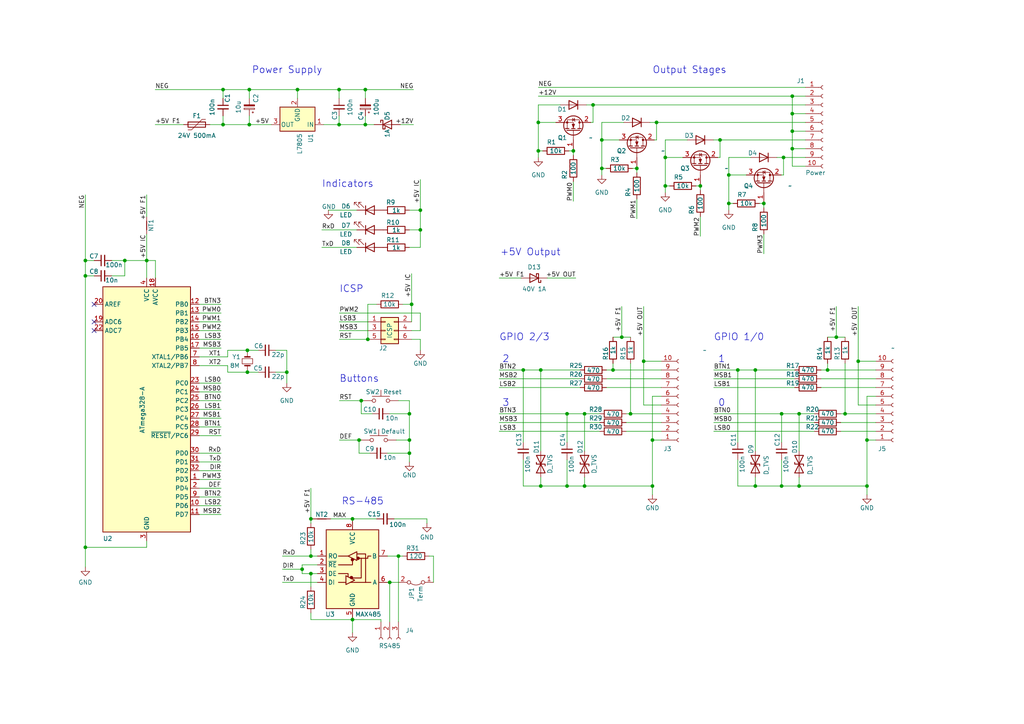
<source format=kicad_sch>
(kicad_sch (version 20211123) (generator eeschema)
  (paper "A4")
  (title_block (title "AVR PWM RTU") (date "2024-02-01") (rev "0.2") (company "clickworkorange Ltd"))
  (junction (at 83.185 107.95))
  (junction (at 151.765 107.315))
  (junction (at 172.0088 30.4292))
  (junction (at 98.3488 36.1442))
  (junction (at 115.57 161.29))
  (junction (at 184.7088 48.8442))
  (junction (at 64.6938 25.9842))
  (junction (at 71.755 101.6))
  (junction (at 156.1338 43.7642))
  (junction (at 90.17 150.495))
  (junction (at 174.5488 48.8442))
  (junction (at 251.46 140.97))
  (junction (at 219.075 140.97))
  (junction (at 221.5388 59.0042))
  (junction (at 186.69 104.775))
  (junction (at 227.2538 45.6692))
  (junction (at 251.46 127.635))
  (junction (at 229.7938 43.1292))
  (junction (at 104.14 127.635))
  (junction (at 245.11 120.015))
  (junction (at 219.075 107.315))
  (junction (at 105.9688 36.1442))
  (junction (at 229.7938 38.0492))
  (junction (at 211.3788 50.7492))
  (junction (at 71.755 107.95))
  (junction (at 24.765 75.565))
  (junction (at 226.695 140.97))
  (junction (at 169.545 140.97))
  (junction (at 177.8 107.315))
  (junction (at 164.465 140.97))
  (junction (at 248.92 104.775))
  (junction (at 192.9638 53.9242))
  (junction (at 24.765 158.75))
  (junction (at 36.195 75.565))
  (junction (at 226.695 120.015))
  (junction (at 121.92 66.675))
  (junction (at 118.745 120.015))
  (junction (at 42.545 75.565))
  (junction (at 203.1238 53.9242))
  (junction (at 156.1338 35.5092))
  (junction (at 118.745 131.445))
  (junction (at 86.2838 25.9842))
  (junction (at 102.235 179.705))
  (junction (at 64.6938 36.1442))
  (junction (at 119.38 88.265))
  (junction (at 189.23 127.635))
  (junction (at 182.88 120.015))
  (junction (at 104.775 116.205))
  (junction (at 174.5488 40.5892))
  (junction (at 156.845 140.97))
  (junction (at 87.63 165.1))
  (junction (at 166.2938 43.7642))
  (junction (at 118.745 127.635))
  (junction (at 164.465 120.015))
  (junction (at 156.845 107.315))
  (junction (at 90.17 166.37))
  (junction (at 231.775 120.015))
  (junction (at 105.9688 25.9842))
  (junction (at 240.03 107.315))
  (junction (at 229.7938 32.9692))
  (junction (at 190.4238 35.5092))
  (junction (at 106.68 98.425))
  (junction (at 231.775 140.97))
  (junction (at 121.92 60.96))
  (junction (at 189.23 140.97))
  (junction (at 208.8388 40.5892))
  (junction (at 192.9638 45.6692))
  (junction (at 242.57 97.79))
  (junction (at 72.3138 36.1442))
  (junction (at 90.17 161.29))
  (junction (at 102.235 150.495))
  (junction (at 213.995 107.315))
  (junction (at 211.3788 59.0042))
  (junction (at 180.34 97.79))
  (junction (at 229.7938 27.8892))
  (junction (at 72.3138 25.9842))
  (junction (at 169.545 120.015))
  (junction (at 113.03 168.91))
  (junction (at 24.765 80.01))
  (junction (at 98.3488 25.9842))
  (no_connect (at 27.305 93.345))
  (no_connect (at 27.305 88.265))
  (no_connect (at 27.305 95.885))
  (wire (pts (xy 211.3788 50.7492) (xy 211.3788 59.0042)))
  (wire (pts (xy 170.1038 30.4292) (xy 172.0088 30.4292)))
  (wire (pts (xy 203.1238 53.9242) (xy 203.1238 55.1942)))
  (wire (pts (xy 165.0238 43.7642) (xy 166.2938 43.7642)))
  (wire (pts (xy 229.7938 32.9692) (xy 229.7938 27.8892)))
  (wire (pts (xy 109.22 88.265) (xy 106.68 88.265)))
  (wire (pts (xy 229.7938 38.0492) (xy 229.7938 32.9692)))
  (wire (pts (xy 211.3788 45.6692) (xy 211.3788 50.7492)))
  (wire (pts (xy 109.22 150.495) (xy 102.235 150.495)))
  (wire (pts (xy 221.5388 58.3692) (xy 221.5388 59.0042)))
  (wire (pts (xy 192.9638 53.9242) (xy 192.9638 55.8292)))
  (wire (pts (xy 245.11 120.015) (xy 254 120.015)))
  (wire (pts (xy 105.9688 33.6042) (xy 105.9688 36.1442)))
  (wire (pts (xy 181.61 120.015) (xy 182.88 120.015)))
  (wire (pts (xy 57.785 131.445) (xy 64.135 131.445)))
  (wire (pts (xy 243.84 120.015) (xy 245.11 120.015)))
  (wire (pts (xy 45.0088 25.9842) (xy 64.6938 25.9842)))
  (wire (pts (xy 175.895 107.315) (xy 177.8 107.315)))
  (wire (pts (xy 95.885 150.495) (xy 102.235 150.495)))
  (wire (pts (xy 144.78 125.095) (xy 173.99 125.095)))
  (wire (pts (xy 90.17 166.37) (xy 90.17 170.18)))
  (wire (pts (xy 161.2138 35.5092) (xy 156.1338 35.5092)))
  (wire (pts (xy 121.92 98.425) (xy 121.92 101.6)))
  (wire (pts (xy 207.01 122.555) (xy 236.22 122.555)))
  (wire (pts (xy 57.785 139.065) (xy 64.135 139.065)))
  (wire (pts (xy 104.775 120.015) (xy 104.775 116.205)))
  (wire (pts (xy 226.695 120.015) (xy 226.695 128.27)))
  (wire (pts (xy 226.6188 50.7492) (xy 227.2538 50.7492)))
  (wire (pts (xy 175.895 109.855) (xy 191.77 109.855)))
  (wire (pts (xy 213.995 107.315) (xy 213.995 128.27)))
  (wire (pts (xy 57.785 149.225) (xy 64.135 149.225)))
  (wire (pts (xy 121.92 60.96) (xy 121.92 66.675)))
  (wire (pts (xy 156.1338 43.7642) (xy 156.1338 45.6692)))
  (wire (pts (xy 156.845 107.315) (xy 168.275 107.315)))
  (wire (pts (xy 104.14 131.445) (xy 104.14 127.635)))
  (wire (pts (xy 207.01 107.315) (xy 213.995 107.315)))
  (wire (pts (xy 151.765 133.35) (xy 151.765 140.97)))
  (wire (pts (xy 192.9638 45.6692) (xy 192.9638 53.9242)))
  (wire (pts (xy 87.63 165.1) (xy 87.63 163.83)))
  (wire (pts (xy 220.2688 59.0042) (xy 221.5388 59.0042)))
  (wire (pts (xy 90.17 150.495) (xy 90.805 150.495)))
  (wire (pts (xy 151.765 140.97) (xy 156.845 140.97)))
  (wire (pts (xy 115.57 161.29) (xy 116.84 161.29)))
  (wire (pts (xy 186.69 104.775) (xy 191.77 104.775)))
  (wire (pts (xy 24.765 56.515) (xy 24.765 75.565)))
  (wire (pts (xy 156.845 140.97) (xy 164.465 140.97)))
  (wire (pts (xy 87.63 165.1) (xy 87.63 166.37)))
  (wire (pts (xy 177.8 107.315) (xy 191.77 107.315)))
  (wire (pts (xy 98.3488 25.9842) (xy 105.9688 25.9842)))
  (wire (pts (xy 174.5488 48.8442) (xy 174.5488 50.7492)))
  (wire (pts (xy 213.995 140.97) (xy 219.075 140.97)))
  (wire (pts (xy 98.3488 25.9842) (xy 98.3488 28.5242)))
  (wire (pts (xy 164.465 120.015) (xy 169.545 120.015)))
  (wire (pts (xy 36.195 80.01) (xy 36.195 75.565)))
  (wire (pts (xy 64.6938 33.6042) (xy 64.6938 36.1442)))
  (wire (pts (xy 118.745 71.755) (xy 121.92 71.755)))
  (wire (pts (xy 175.895 112.395) (xy 191.77 112.395)))
  (wire (pts (xy 248.92 88.9) (xy 248.92 104.775)))
  (wire (pts (xy 42.545 75.565) (xy 42.545 80.645)))
  (wire (pts (xy 144.78 107.315) (xy 151.765 107.315)))
  (wire (pts (xy 42.545 67.945) (xy 42.545 75.565)))
  (wire (pts (xy 24.765 158.75) (xy 24.765 164.465)))
  (wire (pts (xy 231.775 140.97) (xy 251.46 140.97)))
  (wire (pts (xy 221.5388 67.8942) (xy 221.5388 73.6092)))
  (wire (pts (xy 226.695 120.015) (xy 231.775 120.015)))
  (wire (pts (xy 192.9638 53.9242) (xy 194.2338 53.9242)))
  (wire (pts (xy 112.395 168.91) (xy 113.03 168.91)))
  (wire (pts (xy 229.7938 27.8892) (xy 233.6038 27.8892)))
  (wire (pts (xy 105.9688 25.9842) (xy 119.9388 25.9842)))
  (wire (pts (xy 72.3138 36.1442) (xy 78.6638 36.1442)))
  (wire (pts (xy 102.235 179.07) (xy 102.235 179.705)))
  (wire (pts (xy 115.57 116.205) (xy 118.745 116.205)))
  (wire (pts (xy 57.785 123.825) (xy 64.135 123.825)))
  (wire (pts (xy 251.46 140.97) (xy 251.46 143.51)))
  (wire (pts (xy 119.38 88.265) (xy 119.38 93.345)))
  (wire (pts (xy 112.395 161.29) (xy 115.57 161.29)))
  (wire (pts (xy 32.385 80.01) (xy 36.195 80.01)))
  (wire (pts (xy 118.745 66.675) (xy 121.92 66.675)))
  (wire (pts (xy 144.78 120.015) (xy 164.465 120.015)))
  (wire (pts (xy 60.8838 36.1442) (xy 64.6938 36.1442)))
  (wire (pts (xy 207.01 125.095) (xy 236.22 125.095)))
  (wire (pts (xy 180.34 97.79) (xy 182.88 97.79)))
  (wire (pts (xy 174.5488 48.8442) (xy 175.8188 48.8442)))
  (wire (pts (xy 219.075 107.315) (xy 219.075 130.81)))
  (wire (pts (xy 118.745 131.445) (xy 118.745 133.985)))
  (wire (pts (xy 98.425 127.635) (xy 104.14 127.635)))
  (wire (pts (xy 83.185 107.95) (xy 83.185 111.125)))
  (wire (pts (xy 184.7088 57.7342) (xy 184.7088 63.4492)))
  (wire (pts (xy 98.425 98.425) (xy 106.68 98.425)))
  (wire (pts (xy 81.915 165.1) (xy 87.63 165.1)))
  (wire (pts (xy 66.04 107.95) (xy 71.755 107.95)))
  (wire (pts (xy 156.845 107.315) (xy 156.845 130.81)))
  (wire (pts (xy 121.92 60.96) (xy 118.745 60.96)))
  (wire (pts (xy 83.185 101.6) (xy 83.185 107.95)))
  (wire (pts (xy 206.9338 40.5892) (xy 208.8388 40.5892)))
  (wire (pts (xy 233.6038 43.1292) (xy 229.7938 43.1292)))
  (wire (pts (xy 188.5188 35.5092) (xy 190.4238 35.5092)))
  (wire (pts (xy 90.17 151.765) (xy 90.17 150.495)))
  (wire (pts (xy 57.785 146.685) (xy 64.135 146.685)))
  (wire (pts (xy 86.2838 25.9842) (xy 98.3488 25.9842)))
  (wire (pts (xy 208.8388 40.5892) (xy 233.6038 40.5892)))
  (wire (pts (xy 189.7888 40.5892) (xy 190.4238 40.5892)))
  (wire (pts (xy 199.3138 40.5892) (xy 192.9638 40.5892)))
  (wire (pts (xy 180.8988 35.5092) (xy 174.5488 35.5092)))
  (wire (pts (xy 98.425 93.345) (xy 106.68 93.345)))
  (wire (pts (xy 86.2838 25.9842) (xy 72.3138 25.9842)))
  (wire (pts (xy 98.3488 36.1442) (xy 105.9688 36.1442)))
  (wire (pts (xy 238.125 107.315) (xy 240.03 107.315)))
  (wire (pts (xy 251.46 114.935) (xy 254 114.935)))
  (wire (pts (xy 57.785 106.045) (xy 66.04 106.045)))
  (wire (pts (xy 87.63 163.83) (xy 92.075 163.83)))
  (wire (pts (xy 183.4388 48.8442) (xy 184.7088 48.8442)))
  (wire (pts (xy 24.765 75.565) (xy 27.305 75.565)))
  (wire (pts (xy 238.125 112.395) (xy 254 112.395)))
  (wire (pts (xy 251.46 114.935) (xy 251.46 127.635)))
  (wire (pts (xy 208.8388 45.6692) (xy 208.8388 40.5892)))
  (wire (pts (xy 115.57 161.29) (xy 115.57 180.34)))
  (wire (pts (xy 57.785 133.985) (xy 64.135 133.985)))
  (wire (pts (xy 144.78 109.855) (xy 168.275 109.855)))
  (wire (pts (xy 219.075 107.315) (xy 230.505 107.315)))
  (wire (pts (xy 90.17 179.705) (xy 90.17 177.8)))
  (wire (pts (xy 72.3138 33.6042) (xy 72.3138 36.1442)))
  (wire (pts (xy 110.49 179.705) (xy 102.235 179.705)))
  (wire (pts (xy 172.0088 30.4292) (xy 233.6038 30.4292)))
  (wire (pts (xy 71.755 101.6) (xy 74.93 101.6)))
  (wire (pts (xy 86.2838 25.9842) (xy 86.2838 28.5242)))
  (wire (pts (xy 219.075 140.97) (xy 226.695 140.97)))
  (wire (pts (xy 42.545 156.845) (xy 42.545 158.75)))
  (wire (pts (xy 107.95 120.015) (xy 104.775 120.015)))
  (wire (pts (xy 174.5488 40.5892) (xy 174.5488 48.8442)))
  (wire (pts (xy 174.5488 35.5092) (xy 174.5488 40.5892)))
  (wire (pts (xy 164.465 128.27) (xy 164.465 120.015)))
  (wire (pts (xy 233.6038 38.0492) (xy 229.7938 38.0492)))
  (wire (pts (xy 104.775 116.205) (xy 105.41 116.205)))
  (wire (pts (xy 118.745 127.635) (xy 118.745 120.015)))
  (wire (pts (xy 93.9038 36.1442) (xy 98.3488 36.1442)))
  (wire (pts (xy 251.46 127.635) (xy 254 127.635)))
  (wire (pts (xy 186.69 88.9) (xy 186.69 104.775)))
  (wire (pts (xy 57.785 100.965) (xy 64.135 100.965)))
  (wire (pts (xy 112.395 131.445) (xy 118.745 131.445)))
  (wire (pts (xy 166.2938 43.7642) (xy 166.2938 45.0342)))
  (wire (pts (xy 248.92 117.475) (xy 254 117.475)))
  (wire (pts (xy 125.73 168.91) (xy 125.73 161.29)))
  (wire (pts (xy 213.995 133.35) (xy 213.995 140.97)))
  (wire (pts (xy 98.3488 33.6042) (xy 98.3488 36.1442)))
  (wire (pts (xy 24.765 158.75) (xy 42.545 158.75)))
  (wire (pts (xy 201.8538 53.9242) (xy 203.1238 53.9242)))
  (wire (pts (xy 116.84 88.265) (xy 119.38 88.265)))
  (wire (pts (xy 180.34 88.9) (xy 180.34 97.79)))
  (wire (pts (xy 186.69 104.775) (xy 186.69 117.475)))
  (wire (pts (xy 114.935 127.635) (xy 118.745 127.635)))
  (wire (pts (xy 189.23 127.635) (xy 189.23 140.97)))
  (wire (pts (xy 90.17 159.385) (xy 90.17 161.29)))
  (wire (pts (xy 238.125 109.855) (xy 254 109.855)))
  (wire (pts (xy 103.505 66.675) (xy 93.345 66.675)))
  (wire (pts (xy 72.3138 25.9842) (xy 64.6938 25.9842)))
  (wire (pts (xy 171.3738 35.5092) (xy 172.0088 35.5092)))
  (wire (pts (xy 242.57 88.9) (xy 242.57 97.79)))
  (wire (pts (xy 57.785 116.205) (xy 64.135 116.205)))
  (wire (pts (xy 164.465 133.35) (xy 164.465 140.97)))
  (wire (pts (xy 121.92 95.885) (xy 121.92 90.805)))
  (wire (pts (xy 106.68 88.265) (xy 106.68 98.425)))
  (wire (pts (xy 42.545 56.515) (xy 42.545 62.865)))
  (wire (pts (xy 162.4838 30.4292) (xy 156.1338 30.4292)))
  (wire (pts (xy 66.04 106.045) (xy 66.04 107.95)))
  (wire (pts (xy 125.73 161.29) (xy 124.46 161.29)))
  (wire (pts (xy 103.505 71.755) (xy 93.345 71.755)))
  (wire (pts (xy 184.7088 48.8442) (xy 184.7088 50.1142)))
  (wire (pts (xy 233.6038 25.3492) (xy 156.1338 25.3492)))
  (wire (pts (xy 243.84 122.555) (xy 254 122.555)))
  (wire (pts (xy 156.1338 35.5092) (xy 156.1338 43.7642)))
  (wire (pts (xy 207.01 112.395) (xy 230.505 112.395)))
  (wire (pts (xy 113.03 180.34) (xy 113.03 168.91)))
  (wire (pts (xy 179.6288 40.5892) (xy 174.5488 40.5892)))
  (wire (pts (xy 229.7938 43.1292) (xy 229.7938 38.0492)))
  (wire (pts (xy 57.785 93.345) (xy 64.135 93.345)))
  (wire (pts (xy 113.03 120.015) (xy 118.745 120.015)))
  (wire (pts (xy 105.9688 25.9842) (xy 105.9688 28.5242)))
  (wire (pts (xy 151.765 128.27) (xy 151.765 107.315)))
  (wire (pts (xy 80.01 101.6) (xy 83.185 101.6)))
  (wire (pts (xy 203.1238 53.2892) (xy 203.1238 53.9242)))
  (wire (pts (xy 90.17 161.29) (xy 92.075 161.29)))
  (wire (pts (xy 166.2938 43.1292) (xy 166.2938 43.7642)))
  (wire (pts (xy 66.04 101.6) (xy 71.755 101.6)))
  (wire (pts (xy 53.2638 36.1442) (xy 45.0088 36.1442)))
  (wire (pts (xy 156.1338 43.7642) (xy 157.4038 43.7642)))
  (wire (pts (xy 227.2538 45.6692) (xy 233.6038 45.6692)))
  (wire (pts (xy 182.88 105.41) (xy 182.88 120.015)))
  (wire (pts (xy 144.78 80.645) (xy 151.13 80.645)))
  (wire (pts (xy 186.69 117.475) (xy 191.77 117.475)))
  (wire (pts (xy 216.4588 50.7492) (xy 211.3788 50.7492)))
  (wire (pts (xy 243.84 125.095) (xy 254 125.095)))
  (wire (pts (xy 233.6038 48.2092) (xy 229.7938 48.2092)))
  (wire (pts (xy 219.075 138.43) (xy 219.075 140.97)))
  (wire (pts (xy 151.765 107.315) (xy 156.845 107.315)))
  (wire (pts (xy 156.1338 27.8892) (xy 229.7938 27.8892)))
  (wire (pts (xy 98.425 116.205) (xy 104.775 116.205)))
  (wire (pts (xy 189.23 127.635) (xy 191.77 127.635)))
  (wire (pts (xy 233.6038 32.9692) (xy 229.7938 32.9692)))
  (wire (pts (xy 118.745 131.445) (xy 118.745 127.635)))
  (wire (pts (xy 121.92 66.675) (xy 121.92 71.755)))
  (wire (pts (xy 98.425 95.885) (xy 106.68 95.885)))
  (wire (pts (xy 57.785 144.145) (xy 64.135 144.145)))
  (wire (pts (xy 190.4238 40.5892) (xy 190.4238 35.5092)))
  (wire (pts (xy 189.23 114.935) (xy 191.77 114.935)))
  (wire (pts (xy 104.14 127.635) (xy 104.775 127.635)))
  (wire (pts (xy 119.9388 36.1442) (xy 116.1288 36.1442)))
  (wire (pts (xy 72.3138 25.9842) (xy 72.3138 28.5242)))
  (wire (pts (xy 240.03 107.315) (xy 254 107.315)))
  (wire (pts (xy 225.3488 45.6692) (xy 227.2538 45.6692)))
  (wire (pts (xy 207.01 120.015) (xy 226.695 120.015)))
  (wire (pts (xy 57.785 126.365) (xy 64.135 126.365)))
  (wire (pts (xy 102.235 150.495) (xy 102.235 151.13)))
  (wire (pts (xy 192.9638 40.5892) (xy 192.9638 45.6692)))
  (wire (pts (xy 211.3788 59.0042) (xy 211.3788 60.9092)))
  (wire (pts (xy 57.785 111.125) (xy 64.135 111.125)))
  (wire (pts (xy 71.755 101.6) (xy 71.755 102.235)))
  (wire (pts (xy 169.545 120.015) (xy 173.99 120.015)))
  (wire (pts (xy 248.92 104.775) (xy 254 104.775)))
  (wire (pts (xy 158.75 80.645) (xy 167.005 80.645)))
  (wire (pts (xy 156.845 138.43) (xy 156.845 140.97)))
  (wire (pts (xy 177.8 105.41) (xy 177.8 107.315)))
  (wire (pts (xy 90.17 141.605) (xy 90.17 150.495)))
  (wire (pts (xy 203.1238 62.8142) (xy 203.1238 68.5292)))
  (wire (pts (xy 213.995 107.315) (xy 219.075 107.315)))
  (wire (pts (xy 108.5088 36.1442) (xy 105.9688 36.1442)))
  (wire (pts (xy 103.505 60.96) (xy 95.25 60.96)))
  (wire (pts (xy 211.3788 59.0042) (xy 212.6488 59.0042)))
  (wire (pts (xy 87.63 166.37) (xy 90.17 166.37)))
  (wire (pts (xy 66.04 101.6) (xy 66.04 103.505)))
  (wire (pts (xy 190.4238 35.5092) (xy 233.6038 35.5092)))
  (wire (pts (xy 119.38 95.885) (xy 121.92 95.885)))
  (wire (pts (xy 144.78 112.395) (xy 168.275 112.395)))
  (wire (pts (xy 24.765 75.565) (xy 24.765 80.01)))
  (wire (pts (xy 240.03 105.41) (xy 240.03 107.315)))
  (wire (pts (xy 57.785 136.525) (xy 64.135 136.525)))
  (wire (pts (xy 240.03 97.79) (xy 242.57 97.79)))
  (wire (pts (xy 166.2938 52.6542) (xy 166.2938 58.3692)))
  (wire (pts (xy 24.765 80.01) (xy 27.305 80.01)))
  (wire (pts (xy 57.785 141.605) (xy 64.135 141.605)))
  (wire (pts (xy 169.545 120.015) (xy 169.545 130.81)))
  (wire (pts (xy 169.545 140.97) (xy 169.545 138.43)))
  (wire (pts (xy 98.425 90.805) (xy 121.92 90.805)))
  (wire (pts (xy 107.315 131.445) (xy 104.14 131.445)))
  (wire (pts (xy 242.57 97.79) (xy 245.11 97.79)))
  (wire (pts (xy 57.785 88.265) (xy 64.135 88.265)))
  (wire (pts (xy 64.6938 25.9842) (xy 64.6938 28.5242)))
  (wire (pts (xy 189.23 140.97) (xy 189.23 143.51)))
  (wire (pts (xy 119.38 98.425) (xy 121.92 98.425)))
  (wire (pts (xy 172.0088 35.5092) (xy 172.0088 30.4292)))
  (wire (pts (xy 207.01 109.855) (xy 230.505 109.855)))
  (wire (pts (xy 45.085 75.565) (xy 45.085 80.645)))
  (wire (pts (xy 181.61 122.555) (xy 191.77 122.555)))
  (wire (pts (xy 184.7088 48.2092) (xy 184.7088 48.8442)))
  (wire (pts (xy 156.1338 30.4292) (xy 156.1338 35.5092)))
  (wire (pts (xy 248.92 104.775) (xy 248.92 117.475)))
  (wire (pts (xy 32.385 75.565) (xy 36.195 75.565)))
  (wire (pts (xy 114.3 150.495) (xy 123.825 150.495)))
  (wire (pts (xy 90.17 179.705) (xy 102.235 179.705)))
  (wire (pts (xy 231.775 140.97) (xy 231.775 138.43)))
  (wire (pts (xy 81.915 161.29) (xy 90.17 161.29)))
  (wire (pts (xy 189.23 114.935) (xy 189.23 127.635)))
  (wire (pts (xy 221.5388 59.0042) (xy 221.5388 60.2742)))
  (wire (pts (xy 90.17 166.37) (xy 92.075 166.37)))
  (wire (pts (xy 57.785 95.885) (xy 64.135 95.885)))
  (wire (pts (xy 81.915 168.91) (xy 92.075 168.91)))
  (wire (pts (xy 102.235 183.515) (xy 102.235 179.705)))
  (wire (pts (xy 227.2538 50.7492) (xy 227.2538 45.6692)))
  (wire (pts (xy 231.775 120.015) (xy 236.22 120.015)))
  (wire (pts (xy 164.465 140.97) (xy 169.545 140.97)))
  (wire (pts (xy 57.785 103.505) (xy 66.04 103.505)))
  (wire (pts (xy 72.3138 36.1442) (xy 64.6938 36.1442)))
  (wire (pts (xy 121.92 52.07) (xy 121.92 60.96)))
  (wire (pts (xy 36.195 75.565) (xy 42.545 75.565)))
  (wire (pts (xy 80.01 107.95) (xy 83.185 107.95)))
  (wire (pts (xy 217.7288 45.6692) (xy 211.3788 45.6692)))
  (wire (pts (xy 245.11 105.41) (xy 245.11 120.015)))
  (wire (pts (xy 198.0438 45.6692) (xy 192.9638 45.6692)))
  (wire (pts (xy 57.785 113.665) (xy 64.135 113.665)))
  (wire (pts (xy 24.765 80.01) (xy 24.765 158.75)))
  (wire (pts (xy 57.785 90.805) (xy 64.135 90.805)))
  (wire (pts (xy 208.2038 45.6692) (xy 208.8388 45.6692)))
  (wire (pts (xy 231.775 120.015) (xy 231.775 130.81)))
  (wire (pts (xy 45.085 75.565) (xy 42.545 75.565)))
  (wire (pts (xy 57.785 118.745) (xy 64.135 118.745)))
  (wire (pts (xy 182.88 120.015) (xy 191.77 120.015)))
  (wire (pts (xy 123.825 150.495) (xy 123.825 151.765)))
  (wire (pts (xy 119.38 79.375) (xy 119.38 88.265)))
  (wire (pts (xy 118.745 120.015) (xy 118.745 116.205)))
  (wire (pts (xy 177.8 97.79) (xy 180.34 97.79)))
  (wire (pts (xy 181.61 125.095) (xy 191.77 125.095)))
  (wire (pts (xy 57.785 98.425) (xy 64.135 98.425)))
  (wire (pts (xy 71.755 107.95) (xy 74.93 107.95)))
  (wire (pts (xy 169.545 140.97) (xy 189.23 140.97)))
  (wire (pts (xy 113.03 168.91) (xy 115.57 168.91)))
  (wire (pts (xy 144.78 122.555) (xy 173.99 122.555)))
  (wire (pts (xy 226.695 140.97) (xy 231.775 140.97)))
  (wire (pts (xy 110.49 180.34) (xy 110.49 179.705)))
  (wire (pts (xy 71.755 107.95) (xy 71.755 107.315)))
  (wire (pts (xy 251.46 127.635) (xy 251.46 140.97)))
  (wire (pts (xy 226.695 133.35) (xy 226.695 140.97)))
  (wire (pts (xy 57.785 121.285) (xy 64.135 121.285)))
  (wire (pts (xy 229.7938 48.2092) (xy 229.7938 43.1292)))
  (text "1" (at 208.28 105.41 0) (effects (font (size 2 2)) (justify left bottom)))
  (text "2" (at 145.669 105.41 0) (effects (font (size 2 2)) (justify left bottom)))
  (text "ICSP" (at 98.425 85.09 0) (effects (font (size 2 2)) (justify left bottom)))
  (text "RS-485" (at 99.06 146.685 0) (effects (font (size 2 2)) (justify left bottom)))
  (text "Output Stages" (at 189.23 21.59 0) (effects (font (size 2 2)) (justify left bottom)))
  (text "3" (at 145.669 118.11 0) (effects (font (size 2 2)) (justify left bottom)))
  (text "GPIO 1/0" (at 207.01 99.06 0) (effects (font (size 2 2)) (justify left bottom)))
  (text "Buttons" (at 98.425 111.125 0) (effects (font (size 2 2)) (justify left bottom)))
  (text "GPIO 2/3" (at 144.78 99.06 0) (effects (font (size 2 2)) (justify left bottom)))
  (text "+5V Output" (at 145.034 74.422 0) (effects (font (size 2 2)) (justify left bottom)))
  (text "Indicators" (at 93.345 54.61 0) (effects (font (size 2 2)) (justify left bottom)))
  (text "Power Supply" (at 73.025 21.59 0) (effects (font (size 2 2)) (justify left bottom)))
  (text "0" (at 208.28 118.11 0) (effects (font (size 2 2)) (justify left bottom)))
  (label "+12V" (at 119.9388 36.1442 180))
  (label "RxD" (at 81.915 161.29 0))
  (label "DEF" (at 98.425 127.635 0))
  (label "MSB1" (at 207.01 109.855 0))
  (label "NEG" (at 156.1338 25.3492 0))
  (label "MAX" (at 96.52 150.495 0))
  (label "LSB2" (at 144.78 112.395 0))
  (label "+5V F1" (at 242.57 88.9 270))
  (label "BTN2" (at 144.78 107.315 0))
  (label "RxD" (at 64.135 131.445 180))
  (label "+5V OUT" (at 186.69 88.9 270))
  (label "+12V" (at 156.1338 27.8892 0))
  (label "PWM2" (at 64.135 95.885 180))
  (label "BTN3" (at 144.78 120.015 0))
  (label "TxD" (at 93.345 71.755 0))
  (label "BTN1" (at 64.135 123.825 180))
  (label "RxD" (at 93.345 66.675 0))
  (label "+5V IC" (at 119.38 79.375 270))
  (label "MSB3" (at 64.135 100.965 180))
  (label "RST" (at 98.425 116.205 0))
  (label "+5V F1" (at 42.545 56.515 270))
  (label "TxD" (at 64.135 133.985 180))
  (label "+5V OUT" (at 248.92 88.9 270))
  (label "PWM3" (at 64.135 139.065 180))
  (label "DEF" (at 64.135 141.605 180))
  (label "MSB0" (at 64.135 113.665 180))
  (label "LSB2" (at 64.135 146.685 180))
  (label "PWM1" (at 64.135 93.345 180))
  (label "LSB3" (at 144.78 125.095 0))
  (label "RST" (at 64.135 126.365 180))
  (label "PWM2" (at 203.1238 68.5292 90))
  (label "+5V OUT" (at 167.005 80.645 180))
  (label "+5V F1" (at 144.78 80.645 0))
  (label "LSB0" (at 207.01 125.095 0))
  (label "+5V F1" (at 45.0088 36.1442 0))
  (label "LSB3" (at 64.135 98.425 180))
  (label "+5V F1" (at 180.34 88.9 270))
  (label "MSB2" (at 144.78 109.855 0))
  (label "TxD" (at 81.915 168.91 0))
  (label "NEG" (at 45.0088 25.9842 0))
  (label "PWM1" (at 184.7088 63.4492 90))
  (label "BTN3" (at 64.135 88.265 180))
  (label "NEG" (at 119.9388 25.9842 180))
  (label "+5V" (at 78.0288 36.1442 180))
  (label "MSB0" (at 207.01 122.555 0))
  (label "PWM2" (at 98.425 90.805 0))
  (label "MSB1" (at 64.135 121.285 180))
  (label "DIR" (at 64.135 136.525 180))
  (label "BTN1" (at 207.01 107.315 0))
  (label "LSB1" (at 207.01 112.395 0))
  (label "LSB1" (at 64.135 118.745 180))
  (label "BTN2" (at 64.135 144.145 180))
  (label "PWM0" (at 166.2938 58.3692 90))
  (label "+5V IC" (at 42.545 74.93 90))
  (label "MSB3" (at 98.425 95.885 0))
  (label "NEG" (at 24.765 56.515 270))
  (label "MSB2" (at 64.135 149.225 180))
  (label "PWM0" (at 64.135 90.805 180))
  (label "DIR" (at 81.915 165.1 0))
  (label "LSB3" (at 98.425 93.345 0))
  (label "XT1" (at 64.135 103.505 180))
  (label "LSB0" (at 64.135 111.125 180))
  (label "+5V F1" (at 90.17 141.605 270))
  (label "BTN0" (at 207.01 120.015 0))
  (label "BTN0" (at 64.135 116.205 180))
  (label "MSB3" (at 144.78 122.555 0))
  (label "PWM3" (at 221.5388 73.6092 90))
  (label "RST" (at 98.425 98.425 0))
  (label "XT2" (at 64.135 106.045 180))
  (label "+5V IC" (at 121.92 52.07 270))
  (symbol (lib_id "Device:C_Small") (at 29.845 80.01 90) (unit 1)
    (property "Reference" "C8" (at 28.575 78.74 90) (effects (justify left)))
    (property "Value" "10n" (at 34.29 81.28 90) (effects (justify left)))
    (property "Footprint" "Capacitor_SMD:C_0805_2012Metric" (effects hide))
  )
  (symbol (lib_id "Device:R") (at 240.03 101.6 180) (unit 1)
    (property "Reference" "R14" (at 237.744 100.584 90) (effects (justify left)))
    (property "Value" "1k" (at 240.03 100.33 90) (effects (justify left)))
    (property "Footprint" "Resistor_SMD:R_1206_3216Metric" (effects hide))
  )
  (symbol (lib_id "Device:R") (at 234.315 112.395 270) (unit 1)
    (property "Reference" "R19" (at 227.965 111.125 90) (effects (justify left)))
    (property "Value" "470" (at 232.41 112.395 90) (effects (justify left)))
    (property "Footprint" "Resistor_SMD:R_0805_2012Metric" (effects hide))
  )
  (symbol (lib_name "BUK9880-55A_1") (lib_id "AVR-PWM-RTU:BUK9880-55A") (at 166.2938 38.0492 270) (mirror x) (unit 1)
    (property "Reference" "Q1" (at 163.1188 39.9542 90))
    (property "Value" "~" (at 171.3738 39.9542 90))
    (property "Footprint" "Package_TO_SOT_SMD:SOT-223-3_TabPin2" (effects hide))
  )
  (symbol (lib_id "power:GND") (at 102.235 183.515 0) (unit 1)
    (property "Reference" "#PWR0105" (effects hide))
    (property "Value" "GND" (at 102.235 188.595 0))
  )
  (symbol (lib_id "Device:R") (at 179.6288 48.8442 90) (unit 1)
    (property "Reference" "R3" (at 178.3588 46.3042 90))
    (property "Value" "10k" (at 179.6288 48.8442 90))
    (property "Footprint" "Resistor_SMD:R_0805_2012Metric" (effects hide))
  )
  (symbol (lib_id "Connector:Conn_01x10_Female") (at 238.6838 35.5092 0) (unit 1)
    (property "Reference" "J1" (at 231.0638 23.4442 0) (effects (justify left)))
    (property "Value" "Power" (at 233.6038 50.1142 0) (effects (justify left)))
    (property "Footprint" "TerminalBlock_Phoenix:TerminalBlock_Phoenix_PT-1,5-10-3.5-H_1x10_P3.50mm_Horizontal" (effects hide))
  )
  (symbol (lib_id "Connector:Conn_01x10_Female") (at 259.08 117.475 0) (mirror x) (unit 1)
    (property "Reference" "J5" (at 254.635 130.175 0) (effects (justify left)))
    (property "Value" "~" (at 258.445 100.965 0) (effects (justify left)))
    (property "Footprint" "TerminalBlock_Phoenix:TerminalBlock_Phoenix_PT-1,5-10-3.5-H_1x10_P3.50mm_Horizontal" (effects hide))
  )
  (symbol (lib_id "Device:C_Small") (at 213.995 130.81 0) (unit 1)
    (property "Reference" "C11" (at 212.725 129.54 90) (effects (justify left)))
    (property "Value" "100n" (at 215.265 137.16 90) (effects (justify left)))
    (property "Footprint" "Capacitor_SMD:C_0805_2012Metric" (effects hide))
  )
  (symbol (lib_id "Connector:Conn_01x03_Female") (at 113.03 185.42 90) (mirror x) (unit 1)
    (property "Reference" "J4" (at 120.015 182.88 90) (effects (justify left)))
    (property "Value" "RS485" (at 116.205 187.325 90) (effects (justify left)))
    (property "Footprint" "TerminalBlock_Phoenix:TerminalBlock_Phoenix_PT-1,5-3-3.5-H_1x03_P3.50mm_Horizontal" (effects hide))
  )
  (symbol (lib_id "Device:R") (at 182.88 101.6 180) (unit 1)
    (property "Reference" "R15" (at 180.721 100.584 90) (effects (justify left)))
    (property "Value" "1k" (at 182.88 100.33 90) (effects (justify left)))
    (property "Footprint" "Resistor_SMD:R_1206_3216Metric" (effects hide))
  )
  (symbol (lib_id "power:GND") (at 95.25 60.96 0) (unit 1)
    (property "Reference" "#PWR0101" (effects hide))
    (property "Value" "GND" (at 95.377 59.944 0))
  )
  (symbol (lib_id "power:GND") (at 121.92 101.6 0) (unit 1)
    (property "Reference" "#PWR0104" (effects hide))
    (property "Value" "GND" (at 121.92 105.41 0))
  )
  (symbol (lib_id "Device:R") (at 177.8 120.015 270) (unit 1)
    (property "Reference" "R28" (at 170.815 118.745 90) (effects (justify left)))
    (property "Value" "470" (at 175.9068 120.1228 90) (effects (justify left)))
    (property "Footprint" "Resistor_SMD:R_0805_2012Metric" (effects hide))
  )
  (symbol (lib_id "Device:R") (at 172.085 109.855 270) (unit 1)
    (property "Reference" "R26" (at 165.1 108.585 90) (effects (justify left)))
    (property "Value" "470" (at 170.1918 109.9628 90) (effects (justify left)))
    (property "Footprint" "Resistor_SMD:R_0805_2012Metric" (effects hide))
  )
  (symbol (lib_id "Device:R") (at 198.0438 53.9242 90) (unit 1)
    (property "Reference" "R5" (at 196.7738 51.3842 90))
    (property "Value" "10k" (at 198.0438 53.9242 90))
    (property "Footprint" "Resistor_SMD:R_0805_2012Metric" (effects hide))
  )
  (symbol (lib_id "Device:R") (at 216.4588 59.0042 90) (unit 1)
    (property "Reference" "R7" (at 215.1888 56.4642 90))
    (property "Value" "10k" (at 216.4588 59.0042 90))
    (property "Footprint" "Resistor_SMD:R_0805_2012Metric" (effects hide))
  )
  (symbol (lib_id "power:GND") (at 123.825 151.765 0) (unit 1)
    (property "Reference" "#PWR0102" (effects hide))
    (property "Value" "GND" (at 123.825 155.829 0))
  )
  (symbol (lib_id "power:GND") (at 24.765 164.465 0) (unit 1)
    (property "Reference" "#PWR01" (effects hide))
    (property "Value" "GND" (at 24.765 168.91 0))
  )
  (symbol (lib_id "power:GND") (at 251.46 143.51 0) (unit 1)
    (property "Reference" "#PWR06" (effects hide))
    (property "Value" "GND" (at 251.46 147.32 0))
  )
  (symbol (lib_id "Switch:SW_Push") (at 110.49 116.205 0) (unit 1)
    (property "Reference" "SW2" (at 106.045 113.665 0) (effects (justify left)))
    (property "Value" "Reset" (at 111.125 113.665 0) (effects (justify left)))
    (property "Footprint" "Button_Switch_SMD:SW_SPST_CK_RS282G05A3" (effects hide))
  )
  (symbol (lib_id "power:GND") (at 211.3788 60.9092 0) (unit 1)
    (property "Reference" "#PWR05" (effects hide))
    (property "Value" "GND" (at 211.3788 65.9892 0))
  )
  (symbol (lib_id "Device:R") (at 177.8 125.095 270) (unit 1)
    (property "Reference" "R30" (at 170.815 123.825 90) (effects (justify left)))
    (property "Value" "470" (at 175.9068 125.2028 90) (effects (justify left)))
    (property "Footprint" "Resistor_SMD:R_0805_2012Metric" (effects hide))
  )
  (symbol (lib_id "Device:C_Small") (at 77.47 101.6 270) (mirror x) (unit 1)
    (property "Reference" "C6" (at 73.66 100.33 90) (effects (justify left)))
    (property "Value" "22p" (at 78.74 102.87 90) (effects (justify left)))
    (property "Footprint" "Capacitor_SMD:C_0805_2012Metric" (effects hide))
  )
  (symbol (lib_id "Device:C_Polarized_Small") (at 72.3138 31.0642 180) (unit 1)
    (property "Reference" "C2" (at 74.2188 28.5242 90))
    (property "Value" "10u" (at 69.1388 31.0642 90))
    (property "Footprint" "Capacitor_SMD:C_0805_2012Metric" (effects hide))
  )
  (symbol (lib_id "Device:C_Small") (at 226.695 130.81 0) (unit 1)
    (property "Reference" "C12" (at 225.425 129.54 90) (effects (justify left)))
    (property "Value" "100n" (at 227.965 137.16 90) (effects (justify left)))
    (property "Footprint" "Capacitor_SMD:C_0805_2012Metric" (effects hide))
  )
  (symbol (lib_id "Device:D_TVS") (at 231.775 134.62 90) (unit 1)
    (property "Reference" "D10" (at 230.505 127.635 0) (effects (justify right)))
    (property "Value" "D_TVS" (at 234.95 132.08 0) (effects (justify right)))
    (property "Footprint" "Diode_SMD:D_0805_2012Metric" (effects hide))
  )
  (symbol (lib_id "Device:NetTie_2") (at 93.345 150.495 180) (unit 1) (in_bom no)
    (property "Reference" "NT2" (at 91.44 149.225 0) (effects (justify right)))
    (property "Value" "NetTie_2" (effects hide))
    (property "Footprint" "NetTie:NetTie-2_SMD_Pad0.5mm" (effects hide))
  )
  (symbol (lib_id "Device:C_Small") (at 29.845 75.565 90) (mirror x) (unit 1)
    (property "Reference" "C7" (at 28.575 74.295 90) (effects (justify left)))
    (property "Value" "100n" (at 35.56 76.835 90) (effects (justify left)))
    (property "Footprint" "Capacitor_SMD:C_0805_2012Metric" (effects hide))
  )
  (symbol (lib_id "Device:R") (at 234.315 107.315 270) (unit 1)
    (property "Reference" "R17" (at 227.965 106.045 90) (effects (justify left)))
    (property "Value" "470" (at 232.41 107.315 90) (effects (justify left)))
    (property "Footprint" "Resistor_SMD:R_0805_2012Metric" (effects hide))
  )
  (symbol (lib_id "Device:D_Schottky") (at 154.94 80.645 180) (unit 1)
    (property "Reference" "D13" (at 154.94 77.47 0))
    (property "Value" "40V 1A" (at 154.94 83.82 0))
    (property "Footprint" "Diode_SMD:D_SMA" (effects hide))
  )
  (symbol (lib_id "Device:Polyfuse") (at 57.0738 36.1442 270) (unit 1)
    (property "Reference" "F1" (at 57.0738 33.6042 90))
    (property "Value" "24V 500mA" (at 57.0738 39.3192 90))
    (property "Footprint" "Resistor_SMD:R_1206_3216Metric" (effects hide))
  )
  (symbol (lib_id "Device:R") (at 90.17 155.575 0) (unit 1)
    (property "Reference" "R23" (at 87.884 158.115 90) (effects (justify left)))
    (property "Value" "10k" (at 90.17 157.48 90) (effects (justify left)))
    (property "Footprint" "Resistor_SMD:R_0805_2012Metric" (effects hide))
  )
  (symbol (lib_id "power:GND") (at 118.745 133.985 0) (unit 1)
    (property "Reference" "#PWR0107" (effects hide))
    (property "Value" "GND" (at 118.745 137.795 0))
  )
  (symbol (lib_id "Device:R") (at 172.085 107.315 270) (unit 1)
    (property "Reference" "R25" (at 165.1 106.045 90) (effects (justify left)))
    (property "Value" "470" (at 170.1918 107.4228 90) (effects (justify left)))
    (property "Footprint" "Resistor_SMD:R_0805_2012Metric" (effects hide))
  )
  (symbol (lib_id "power:GND") (at 174.5488 50.7492 0) (unit 1)
    (property "Reference" "#PWR03" (effects hide))
    (property "Value" "GND" (at 174.5488 55.8292 0))
  )
  (symbol (lib_id "Device:C_Small") (at 64.6938 31.0642 0) (unit 1)
    (property "Reference" "C1" (at 65.9638 29.7942 90) (effects (justify left)))
    (property "Value" "100n" (at 61.5188 33.6042 90) (effects (justify left)))
    (property "Footprint" "Capacitor_SMD:C_0805_2012Metric" (effects hide))
  )
  (symbol (lib_id "Device:R") (at 240.03 122.555 270) (unit 1)
    (property "Reference" "R21" (at 233.68 121.285 90) (effects (justify left)))
    (property "Value" "470" (at 238.125 122.555 90) (effects (justify left)))
    (property "Footprint" "Resistor_SMD:R_0805_2012Metric" (effects hide))
  )
  (symbol (lib_id "Device:C_Small") (at 77.47 107.95 90) (unit 1)
    (property "Reference" "C5" (at 76.2 106.807 90) (effects (justify left)))
    (property "Value" "22p" (at 82.55 109.22 90) (effects (justify left)))
    (property "Footprint" "Capacitor_SMD:C_0805_2012Metric" (effects hide))
  )
  (symbol (lib_id "Device:D_TVS") (at 169.545 134.62 90) (unit 1)
    (property "Reference" "D12" (at 168.275 127.635 0) (effects (justify right)))
    (property "Value" "D_TVS" (at 172.339 131.699 0) (effects (justify right)))
    (property "Footprint" "Diode_SMD:D_0805_2012Metric" (effects hide))
  )
  (symbol (lib_id "Device:C_Small") (at 111.76 150.495 90) (unit 1)
    (property "Reference" "C15" (at 110.49 149.098 90) (effects (justify left)))
    (property "Value" "100n" (at 117.856 152.146 90) (effects (justify left)))
    (property "Footprint" "Capacitor_SMD:C_0805_2012Metric" (effects hide))
  )
  (symbol (lib_id "Device:R") (at 203.1238 59.0042 0) (unit 1)
    (property "Reference" "R6" (at 200.5838 62.1792 90) (effects (justify left)))
    (property "Value" "100" (at 203.1238 60.9092 90) (effects (justify left)))
    (property "Footprint" "Resistor_SMD:R_0805_2012Metric" (effects hide))
  )
  (symbol (lib_id "Device:C_Small") (at 151.765 130.81 0) (unit 1)
    (property "Reference" "C13" (at 150.495 129.54 90) (effects (justify left)))
    (property "Value" "100n" (at 153.035 137.16 90) (effects (justify left)))
    (property "Footprint" "Capacitor_SMD:C_0805_2012Metric" (effects hide))
  )
  (symbol (lib_id "Device:R") (at 184.7088 53.9242 0) (unit 1)
    (property "Reference" "R4" (at 182.1688 57.0992 90) (effects (justify left)))
    (property "Value" "100" (at 184.7088 55.8292 90) (effects (justify left)))
    (property "Footprint" "Resistor_SMD:R_0805_2012Metric" (effects hide))
  )
  (symbol (lib_id "power:GND") (at 83.185 111.125 0) (unit 1)
    (property "Reference" "#PWR0106" (effects hide))
    (property "Value" "GND" (at 83.185 116.205 0))
  )
  (symbol (lib_name "BUK9880-55A_2") (lib_id "AVR-PWM-RTU:BUK9880-55A") (at 184.7088 43.1292 270) (mirror x) (unit 1)
    (property "Reference" "Q2" (at 180.2638 43.7642 90))
    (property "Value" "~" (at 192.3288 43.7642 90))
    (property "Footprint" "Package_TO_SOT_SMD:SOT-223-3_TabPin2" (effects hide))
  )
  (symbol (lib_id "Device:D_TVS") (at 156.845 134.62 90) (unit 1)
    (property "Reference" "D11" (at 155.575 127.635 0) (effects (justify right)))
    (property "Value" "D_TVS" (at 159.512 131.699 0) (effects (justify right)))
    (property "Footprint" "Diode_SMD:D_0805_2012Metric" (effects hide))
  )
  (symbol (lib_id "Regulator_Linear:L7805") (at 86.2838 36.1442 180) (unit 1)
    (property "Reference" "U1" (at 90.0938 38.6842 90) (effects (justify left)))
    (property "Value" "L7805" (at 86.9188 38.6842 90) (effects (justify left)))
    (property "Footprint" "Package_TO_SOT_SMD:TO-252-2" (effects hide))
    (property "Datasheet" "http://www.st.com/content/ccc/resource/technical/document/datasheet/41/4f/b3/b0/12/d4/47/88/CD00000444.pdf/files/CD00000444.pdf/jcr:content/translations/en.CD00000444.pdf" (effects hide))
  )
  (symbol (lib_id "Device:R") (at 234.315 109.855 270) (unit 1)
    (property "Reference" "R18" (at 227.965 108.585 90) (effects (justify left)))
    (property "Value" "470" (at 232.41 109.855 90) (effects (justify left)))
    (property "Footprint" "Resistor_SMD:R_0805_2012Metric" (effects hide))
  )
  (symbol (lib_id "Device:C_Small") (at 110.49 120.015 90) (unit 1)
    (property "Reference" "C10" (at 109.22 118.745 90) (effects (justify left)))
    (property "Value" "10n" (at 115.57 121.285 90) (effects (justify left)))
    (property "Footprint" "Capacitor_SMD:C_0805_2012Metric" (effects hide))
  )
  (symbol (lib_id "Device:R") (at 113.03 88.265 270) (unit 1)
    (property "Reference" "R12" (at 110.49 85.725 90) (effects (justify left)))
    (property "Value" "10k" (at 111.125 88.265 90) (effects (justify left)))
    (property "Footprint" "Resistor_SMD:R_0805_2012Metric" (effects hide))
  )
  (symbol (lib_id "power:GND") (at 156.1338 45.6692 0) (unit 1)
    (property "Reference" "#PWR02" (effects hide))
    (property "Value" "GND" (at 156.1338 50.7492 0))
  )
  (symbol (lib_id "Device:R") (at 114.935 66.675 90) (unit 1)
    (property "Reference" "R10" (at 115.951 64.516 90) (effects (justify left)))
    (property "Value" "1k" (at 116.1542 66.7512 90) (effects (justify left)))
    (property "Footprint" "Resistor_SMD:R_0805_2012Metric" (effects hide))
  )
  (symbol (lib_id "Device:R") (at 161.2138 43.7642 90) (unit 1)
    (property "Reference" "R1" (at 159.9438 41.2242 90))
    (property "Value" "10k" (at 161.2138 43.7642 90))
    (property "Footprint" "Resistor_SMD:R_0805_2012Metric" (effects hide))
  )
  (symbol (lib_id "Device:R") (at 245.11 101.6 180) (unit 1)
    (property "Reference" "R13" (at 242.824 100.584 90) (effects (justify left)))
    (property "Value" "1k" (at 245.11 100.33 90) (effects (justify left)))
    (property "Footprint" "Resistor_SMD:R_1206_3216Metric" (effects hide))
  )
  (symbol (lib_id "Device:LED") (at 107.315 66.675 0) (mirror x) (unit 1)
    (property "Reference" "D7" (at 100.33 65.405 0))
    (property "Value" "LED" (at 100.33 67.945 0))
    (property "Footprint" "LED_SMD:LED_1206_3216Metric" (effects hide))
  )
  (symbol (lib_id "Device:R") (at 120.65 161.29 90) (unit 1)
    (property "Reference" "R31" (at 121.666 159.004 90) (effects (justify left)))
    (property "Value" "120" (at 122.555 161.29 90) (effects (justify left)))
    (property "Footprint" "Resistor_SMD:R_0805_2012Metric" (effects hide))
  )
  (symbol (lib_id "Device:C_Small") (at 98.3488 31.0642 0) (unit 1)
    (property "Reference" "C3" (at 97.0788 34.8742 90) (effects (justify left)))
    (property "Value" "100n" (at 101.5238 33.6042 90) (effects (justify left)))
    (property "Footprint" "Capacitor_SMD:C_0805_2012Metric" (effects hide))
  )
  (symbol (lib_id "Device:D_Schottky") (at 112.3188 36.1442 0) (unit 1)
    (property "Reference" "D5" (at 112.3188 33.6042 90))
    (property "Value" "1A" (at 112.3188 38.6842 90))
    (property "Footprint" "Diode_SMD:D_SOD-123" (effects hide))
  )
  (symbol (lib_id "Switch:SW_Push") (at 109.855 127.635 0) (unit 1)
    (property "Reference" "SW1" (at 105.41 125.095 0) (effects (justify left)))
    (property "Value" "Default" (at 110.49 125.095 0) (effects (justify left)))
    (property "Footprint" "Button_Switch_SMD:SW_SPST_CK_RS282G05A3" (effects hide))
  )
  (symbol (lib_id "Device:R") (at 240.03 125.095 270) (unit 1)
    (property "Reference" "R22" (at 233.68 123.825 90) (effects (justify left)))
    (property "Value" "470" (at 238.125 125.095 90) (effects (justify left)))
    (property "Footprint" "Resistor_SMD:R_0805_2012Metric" (effects hide))
  )
  (symbol (lib_id "Device:C_Polarized_Small") (at 105.9688 31.0642 180) (unit 1)
    (property "Reference" "C4" (at 104.6988 33.6042 90))
    (property "Value" "100u" (at 109.1438 31.0642 90))
    (property "Footprint" "Capacitor_SMD:CP_Elec_6.3x5.4" (effects hide))
  )
  (symbol (lib_id "Device:R") (at 240.03 120.015 270) (unit 1)
    (property "Reference" "R20" (at 233.68 118.745 90) (effects (justify left)))
    (property "Value" "470" (at 238.125 120.015 90) (effects (justify left)))
    (property "Footprint" "Resistor_SMD:R_0805_2012Metric" (effects hide))
  )
  (symbol (lib_id "Device:D") (at 184.7088 35.5092 180) (unit 1)
    (property "Reference" "D2" (at 182.8038 34.2392 0) (effects (justify left)))
    (property "Value" "D" (effects hide))
    (property "Footprint" "Diode_SMD:D_SOD-123" (effects hide))
  )
  (symbol (lib_id "Device:D") (at 166.2938 30.4292 180) (unit 1)
    (property "Reference" "D1" (at 164.3888 31.6992 0) (effects (justify left)))
    (property "Value" "D" (effects hide))
    (property "Footprint" "Diode_SMD:D_SOD-123" (effects hide))
  )
  (symbol (lib_id "Connector_Generic:Conn_02x03_Odd_Even") (at 111.76 95.885 0) (unit 1)
    (property "Reference" "J2" (at 111.125 100.965 0))
    (property "Value" "ICSP" (at 113.03 95.885 90))
    (property "Footprint" "Connector_PinHeader_2.54mm:PinHeader_2x03_P2.54mm_Vertical" (effects hide))
  )
  (symbol (lib_id "Device:C_Small") (at 164.465 130.81 0) (unit 1)
    (property "Reference" "C14" (at 163.195 129.54 90) (effects (justify left)))
    (property "Value" "100n" (at 165.735 137.16 90) (effects (justify left)))
    (property "Footprint" "Capacitor_SMD:C_0805_2012Metric" (effects hide))
  )
  (symbol (lib_id "Device:R") (at 166.2938 48.8442 0) (unit 1)
    (property "Reference" "R2" (at 163.7538 52.0192 90) (effects (justify left)))
    (property "Value" "100" (at 166.2938 50.7492 90) (effects (justify left)))
    (property "Footprint" "Resistor_SMD:R_0805_2012Metric" (effects hide))
  )
  (symbol (lib_id "AVR-PWM-RTU:BUK9880-55A") (at 221.5388 53.2892 270) (mirror x) (unit 1)
    (property "Reference" "Q4" (at 217.0938 53.9242 90))
    (property "Value" "~" (at 229.1588 53.9242 90))
    (property "Footprint" "Package_TO_SOT_SMD:SOT-223-3_TabPin2" (effects hide))
  )
  (symbol (lib_id "Device:R") (at 177.8 101.6 180) (unit 1)
    (property "Reference" "R16" (at 175.641 100.584 90) (effects (justify left)))
    (property "Value" "1k" (at 177.8 100.33 90) (effects (justify left)))
    (property "Footprint" "Resistor_SMD:R_1206_3216Metric" (effects hide))
  )
  (symbol (lib_id "Device:LED") (at 107.315 60.96 0) (mirror x) (unit 1)
    (property "Reference" "D6" (at 100.33 59.817 0))
    (property "Value" "LED" (at 100.33 62.357 0))
    (property "Footprint" "LED_SMD:LED_1206_3216Metric" (effects hide))
  )
  (symbol (lib_id "MCU_Microchip_ATmega:ATmega328-A") (at 42.545 118.745 0) (unit 1)
    (property "Reference" "U2" (at 29.845 156.21 0) (effects (justify left)))
    (property "Value" "ATmega328-A" (at 41.275 125.73 90) (effects (justify left)))
    (property "Footprint" "Package_QFP:TQFP-32_7x7mm_P0.8mm" (effects hide))
    (property "Datasheet" "http://ww1.microchip.com/downloads/en/DeviceDoc/ATmega328_P%20AVR%20MCU%20with%20picoPower%20Technology%20Data%20Sheet%2040001984A.pdf" (effects hide))
  )
  (symbol (lib_id "Device:R") (at 172.085 112.395 270) (unit 1)
    (property "Reference" "R27" (at 165.1 111.125 90) (effects (justify left)))
    (property "Value" "470" (at 170.1918 112.5028 90) (effects (justify left)))
    (property "Footprint" "Resistor_SMD:R_0805_2012Metric" (effects hide))
  )
  (symbol (lib_id "Device:R") (at 90.17 173.99 180) (unit 1)
    (property "Reference" "R24" (at 87.884 172.72 90) (effects (justify left)))
    (property "Value" "10k" (at 90.17 172.085 90) (effects (justify left)))
    (property "Footprint" "Resistor_SMD:R_0805_2012Metric" (effects hide))
  )
  (symbol (lib_id "Device:LED") (at 107.315 71.755 0) (mirror x) (unit 1)
    (property "Reference" "D8" (at 100.33 70.485 0))
    (property "Value" "LED" (at 100.33 73.025 0))
    (property "Footprint" "LED_SMD:LED_1206_3216Metric" (effects hide))
  )
  (symbol (lib_id "power:GND") (at 189.23 143.51 0) (unit 1)
    (property "Reference" "#PWR0103" (effects hide))
    (property "Value" "GND" (at 189.23 147.32 0))
  )
  (symbol (lib_id "Connector:Conn_01x10_Female") (at 196.85 117.475 0) (mirror x) (unit 1)
    (property "Reference" "J3" (at 192.405 130.175 0) (effects (justify left)))
    (property "Value" "~" (at 203.835 101.6 0) (effects (justify left)))
    (property "Footprint" "AVR-PWM-RTU:TerminalBlock_Phoenix_PT-1,5-10-3.5-H_1x10_P3.50mm_Tall" (effects hide))
  )
  (symbol (lib_id "Device:R") (at 221.5388 64.0842 0) (unit 1)
    (property "Reference" "R8" (at 218.9988 67.2592 90) (effects (justify left)))
    (property "Value" "100" (at 221.5388 65.9892 90) (effects (justify left)))
    (property "Footprint" "Resistor_SMD:R_0805_2012Metric" (effects hide))
  )
  (symbol (lib_id "Device:D") (at 203.1238 40.5892 180) (unit 1)
    (property "Reference" "D3" (at 201.2188 39.3192 0) (effects (justify left)))
    (property "Value" "D" (effects hide))
    (property "Footprint" "Diode_SMD:D_SOD-123" (effects hide))
  )
  (symbol (lib_id "Device:R") (at 114.935 60.96 90) (unit 1)
    (property "Reference" "R9" (at 114.681 58.674 90) (effects (justify left)))
    (property "Value" "1k" (at 116.1542 61.0362 90) (effects (justify left)))
    (property "Footprint" "Resistor_SMD:R_0805_2012Metric" (effects hide))
  )
  (symbol (lib_id "Device:R") (at 114.935 71.755 90) (unit 1)
    (property "Reference" "R11" (at 115.951 69.596 90) (effects (justify left)))
    (property "Value" "1k" (at 116.1542 71.8312 90) (effects (justify left)))
    (property "Footprint" "Resistor_SMD:R_0805_2012Metric" (effects hide))
  )
  (symbol (lib_id "Device:D_TVS") (at 219.075 134.62 90) (unit 1)
    (property "Reference" "D9" (at 217.805 128.905 0) (effects (justify right)))
    (property "Value" "D_TVS" (at 222.25 132.08 0) (effects (justify right)))
    (property "Footprint" "Diode_SMD:D_0805_2012Metric" (effects hide))
  )
  (symbol (lib_id "Device:Crystal_Small") (at 71.755 104.775 90) (unit 1)
    (property "Reference" "Y1" (at 67.31 103.505 90) (effects (justify right)))
    (property "Value" "8M" (at 66.675 106.045 90) (effects (justify right)))
    (property "Footprint" "Crystal:Crystal_SMD_7050-2Pin_7.0x5.0mm" (effects hide))
  )
  (symbol (lib_name "BUK9880-55A_3") (lib_id "AVR-PWM-RTU:BUK9880-55A") (at 203.1238 48.2092 270) (mirror x) (unit 1)
    (property "Reference" "Q3" (at 198.6788 48.8442 90))
    (property "Value" "~" (at 210.7438 48.8442 90))
    (property "Footprint" "Package_TO_SOT_SMD:SOT-223-3_TabPin2" (effects hide))
  )
  (symbol (lib_id "Device:C_Small") (at 109.855 131.445 90) (unit 1)
    (property "Reference" "C9" (at 108.585 130.175 90) (effects (justify left)))
    (property "Value" "10n" (at 114.935 132.715 90) (effects (justify left)))
    (property "Footprint" "Capacitor_SMD:C_0805_2012Metric" (effects hide))
  )
  (symbol (lib_id "Interface_UART:MAX485E") (at 102.235 163.83 0) (unit 1)
    (property "Reference" "U3" (at 94.361 178.181 0) (effects (justify left)))
    (property "Value" "MAX485" (at 102.997 178.181 0) (effects (justify left)))
    (property "Footprint" "Package_SO:SOIC-8_3.9x4.9mm_P1.27mm" (effects hide))
    (property "Datasheet" "https://datasheets.maximintegrated.com/en/ds/MAX1487E-MAX491E.pdf" (effects hide))
  )
  (symbol (lib_id "Jumper:Jumper_2_Bridged") (at 120.65 168.91 180) (unit 1)
    (property "Reference" "JP1" (at 119.38 173.99 90) (effects (justify right)))
    (property "Value" "Term" (at 121.92 174.625 90) (effects (justify right)))
    (property "Footprint" "Connector_PinHeader_2.54mm:PinHeader_1x02_P2.54mm_Vertical" (effects hide))
  )
  (symbol (lib_id "Device:R") (at 177.8 122.555 270) (unit 1)
    (property "Reference" "R29" (at 170.815 121.285 90) (effects (justify left)))
    (property "Value" "470" (at 175.9068 122.6628 90) (effects (justify left)))
    (property "Footprint" "Resistor_SMD:R_0805_2012Metric" (effects hide))
  )
  (symbol (lib_id "Device:NetTie_2") (at 42.545 65.405 90) (unit 1) (in_bom no)
    (property "Reference" "NT1" (at 43.815 63.5 0) (effects (justify right)))
    (property "Value" "NetTie_2" (effects hide))
    (property "Footprint" "NetTie:NetTie-2_SMD_Pad0.5mm" (effects hide))
  )
  (symbol (lib_id "Device:D") (at 221.5388 45.6692 180) (unit 1)
    (property "Reference" "D4" (at 219.6338 44.3992 0) (effects (justify left)))
    (property "Value" "D" (effects hide))
    (property "Footprint" "Diode_SMD:D_SOD-123" (effects hide))
  )
  (symbol (lib_id "power:GND") (at 192.9638 55.8292 0) (unit 1)
    (property "Reference" "#PWR04" (effects hide))
    (property "Value" "GND" (at 192.9638 60.9092 0))
  )
)
</source>
